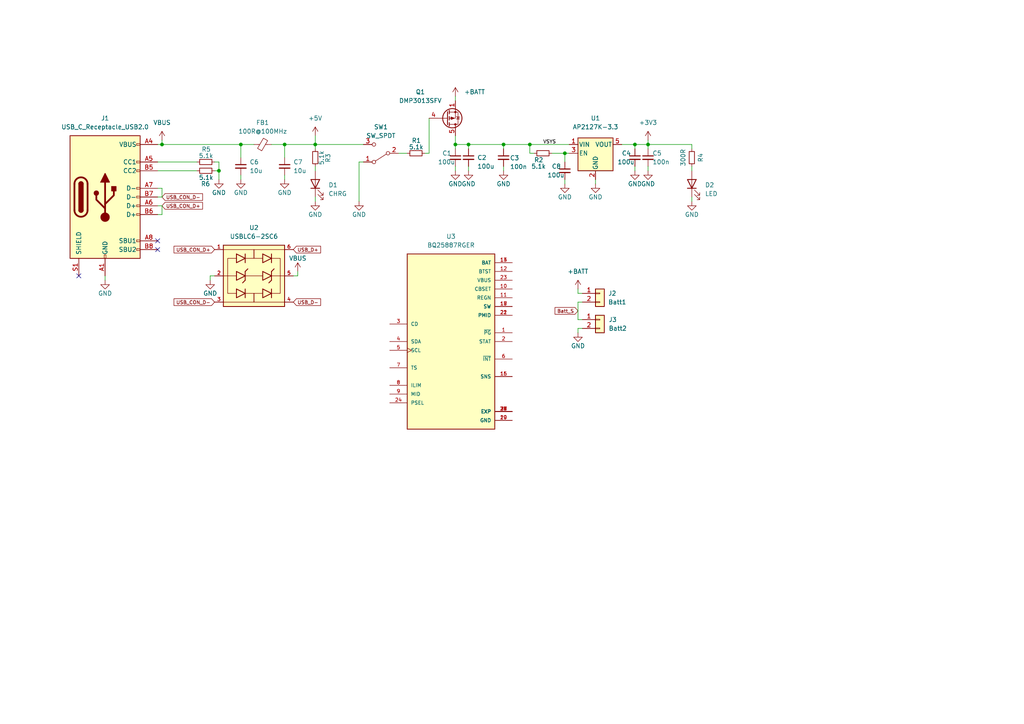
<source format=kicad_sch>
(kicad_sch (version 20211123) (generator eeschema)
  (paper "A4")
  (lib_symbols
    (symbol "BQ25887RGER:BQ25887RGER" (pin_names (offset 1.016))
      (property "Reference" "U" (at -12.7 27.94 0))
      (property "Value" "BQ25887RGER" (at -12.7 -27.94 0))
      (symbol "BQ25887RGER_0_0"
        (rectangle (start -12.7 -25.4) (end 12.7 25.4) (stroke (width 0.254)) (fill (type background)))
        (pin output line (at 17.78 2.54 180) (length 5.08) (name "~{PG}") (number "1"))
        (pin power_in line (at 17.78 15.24 180) (length 5.08) (name "CBSET") (number "10"))
        (pin power_in line (at 17.78 12.7 180) (length 5.08) (name "REGN") (number "11"))
        (pin power_in line (at 17.78 20.32 180) (length 5.08) (name "BTST") (number "12"))
        (pin power_in line (at 17.78 22.86 180) (length 5.08) (name "BAT") (number "13"))
        (pin power_in line (at 17.78 22.86 180) (length 5.08) (name "BAT") (number "14"))
        (pin output line (at 17.78 -10.16 180) (length 5.08) (name "SNS") (number "15"))
        (pin output line (at 17.78 -10.16 180) (length 5.08) (name "SNS") (number "16"))
        (pin power_in line (at 17.78 10.16 180) (length 5.08) (name "SW") (number "17"))
        (pin power_in line (at 17.78 10.16 180) (length 5.08) (name "SW") (number "18"))
        (pin power_in line (at 17.78 -22.86 180) (length 5.08) (name "GND") (number "19"))
        (pin output line (at 17.78 0 180) (length 5.08) (name "STAT") (number "2"))
        (pin power_in line (at 17.78 -22.86 180) (length 5.08) (name "GND") (number "20"))
        (pin power_in line (at 17.78 7.62 180) (length 5.08) (name "PMID") (number "21"))
        (pin power_in line (at 17.78 7.62 180) (length 5.08) (name "PMID") (number "22"))
        (pin power_in line (at 17.78 17.78 180) (length 5.08) (name "VBUS") (number "23"))
        (pin input line (at -17.78 -17.78 0) (length 5.08) (name "PSEL") (number "24"))
        (pin passive line (at 17.78 -20.32 180) (length 5.08) (name "EXP") (number "25"))
        (pin passive line (at 17.78 -20.32 180) (length 5.08) (name "EXP") (number "26"))
        (pin passive line (at 17.78 -20.32 180) (length 5.08) (name "EXP") (number "27"))
        (pin passive line (at 17.78 -20.32 180) (length 5.08) (name "EXP") (number "28"))
        (pin passive line (at 17.78 -20.32 180) (length 5.08) (name "EXP") (number "29"))
        (pin input line (at -17.78 5.08 0) (length 5.08) (name "CD") (number "3"))
        (pin passive line (at 17.78 -20.32 180) (length 5.08) (name "EXP") (number "30"))
        (pin bidirectional line (at -17.78 0 0) (length 5.08) (name "SDA") (number "4"))
        (pin input clock (at -17.78 -2.54 0) (length 5.08) (name "SCL") (number "5"))
        (pin output line (at 17.78 -5.08 180) (length 5.08) (name "~{INT}") (number "6"))
        (pin input line (at -17.78 -7.62 0) (length 5.08) (name "TS") (number "7"))
        (pin input line (at -17.78 -12.7 0) (length 5.08) (name "ILIM") (number "8"))
        (pin input line (at -17.78 -15.24 0) (length 5.08) (name "MID") (number "9"))
      )
    )
    (symbol "Connector:USB_C_Receptacle_USB2.0" (pin_names (offset 1.016))
      (property "Reference" "J" (at -10.16 19.05 0))
      (property "Value" "USB_C_Receptacle_USB2.0" (at 19.05 19.05 0))
      (symbol "USB_C_Receptacle_USB2.0_0_0"
        (rectangle (start -0.254 -17.78) (end 0.254 -16.764))
        (rectangle (start 10.16 -14.986) (end 9.144 -15.494))
        (rectangle (start 10.16 -12.446) (end 9.144 -12.954))
        (rectangle (start 10.16 -4.826) (end 9.144 -5.334))
        (rectangle (start 10.16 -2.286) (end 9.144 -2.794))
        (rectangle (start 10.16 0.254) (end 9.144 -0.254))
        (rectangle (start 10.16 2.794) (end 9.144 2.286))
        (rectangle (start 10.16 7.874) (end 9.144 7.366))
        (rectangle (start 10.16 10.414) (end 9.144 9.906))
        (rectangle (start 10.16 15.494) (end 9.144 14.986))
      )
      (symbol "USB_C_Receptacle_USB2.0_0_1"
        (rectangle (start -10.16 17.78) (end 10.16 -17.78) (stroke (width 0.254)) (fill (type background)))
        (arc (start -8.89 -3.81) (mid -6.985 -5.715) (end -5.08 -3.81) (stroke (width 0.508)))
        (arc (start -7.62 -3.81) (mid -6.985 -4.445) (end -6.35 -3.81) (stroke (width 0.254)))
        (arc (start -7.62 -3.81) (mid -6.985 -4.445) (end -6.35 -3.81) (stroke (width 0.254)) (fill (type outline)))
        (rectangle (start -7.62 -3.81) (end -6.35 3.81) (stroke (width 0.254)) (fill (type outline)))
        (arc (start -6.35 3.81) (mid -6.985 4.445) (end -7.62 3.81) (stroke (width 0.254)))
        (arc (start -6.35 3.81) (mid -6.985 4.445) (end -7.62 3.81) (stroke (width 0.254)) (fill (type outline)))
        (arc (start -5.08 3.81) (mid -6.985 5.715) (end -8.89 3.81) (stroke (width 0.508)))
        (circle (center -2.54 1.143) (radius 0.635) (stroke (width 0.254)) (fill (type outline)))
        (circle (center 0 -5.842) (radius 1.27) (fill (type outline)))
        (polyline (pts (xy -8.89 -3.81) (xy -8.89 3.81)) (stroke (width 0.508)))
        (polyline (pts (xy -5.08 3.81) (xy -5.08 -3.81)) (stroke (width 0.508)))
        (polyline (pts (xy 0 -5.842) (xy 0 4.318)) (stroke (width 0.508)))
        (polyline (pts (xy 0 -3.302) (xy -2.54 -0.762) (xy -2.54 0.508)) (stroke (width 0.508)))
        (polyline (pts (xy 0 -2.032) (xy 2.54 0.508) (xy 2.54 1.778)) (stroke (width 0.508)))
        (polyline (pts (xy -1.27 4.318) (xy 0 6.858) (xy 1.27 4.318) (xy -1.27 4.318)) (stroke (width 0.254)) (fill (type outline)))
        (rectangle (start 1.905 1.778) (end 3.175 3.048) (stroke (width 0.254)) (fill (type outline)))
      )
      (symbol "USB_C_Receptacle_USB2.0_1_1"
        (pin passive line (at 0 -22.86 90) (length 5.08) (name "GND") (number "A1"))
        (pin passive line (at 0 -22.86 90) (length 5.08) hide (name "GND") (number "A12"))
        (pin passive line (at 15.24 15.24 180) (length 5.08) (name "VBUS") (number "A4"))
        (pin bidirectional line (at 15.24 10.16 180) (length 5.08) (name "CC1") (number "A5"))
        (pin bidirectional line (at 15.24 -2.54 180) (length 5.08) (name "D+") (number "A6"))
        (pin bidirectional line (at 15.24 2.54 180) (length 5.08) (name "D-") (number "A7"))
        (pin bidirectional line (at 15.24 -12.7 180) (length 5.08) (name "SBU1") (number "A8"))
        (pin passive line (at 15.24 15.24 180) (length 5.08) hide (name "VBUS") (number "A9"))
        (pin passive line (at 0 -22.86 90) (length 5.08) hide (name "GND") (number "B1"))
        (pin passive line (at 0 -22.86 90) (length 5.08) hide (name "GND") (number "B12"))
        (pin passive line (at 15.24 15.24 180) (length 5.08) hide (name "VBUS") (number "B4"))
        (pin bidirectional line (at 15.24 7.62 180) (length 5.08) (name "CC2") (number "B5"))
        (pin bidirectional line (at 15.24 -5.08 180) (length 5.08) (name "D+") (number "B6"))
        (pin bidirectional line (at 15.24 0 180) (length 5.08) (name "D-") (number "B7"))
        (pin bidirectional line (at 15.24 -15.24 180) (length 5.08) (name "SBU2") (number "B8"))
        (pin passive line (at 15.24 15.24 180) (length 5.08) hide (name "VBUS") (number "B9"))
        (pin passive line (at -7.62 -22.86 90) (length 5.08) (name "SHIELD") (number "S1"))
      )
    )
    (symbol "Connector_Generic:Conn_01x02" (pin_names (offset 1.016) hide)
      (property "Reference" "J" (at 0 2.54 0))
      (property "Value" "Conn_01x02" (at 0 -5.08 0))
      (symbol "Conn_01x02_1_1"
        (rectangle (start -1.27 -2.413) (end 0 -2.667) (stroke (width 0.1524)))
        (rectangle (start -1.27 0.127) (end 0 -0.127) (stroke (width 0.1524)))
        (rectangle (start -1.27 1.27) (end 1.27 -3.81) (stroke (width 0.254)) (fill (type background)))
        (pin passive line (at -5.08 0 0) (length 3.81) (name "Pin_1") (number "1"))
        (pin passive line (at -5.08 -2.54 0) (length 3.81) (name "Pin_2") (number "2"))
      )
    )
    (symbol "Device:C_Small" (pin_numbers hide) (pin_names (offset 0.254) hide)
      (property "Reference" "C" (at 0.254 1.778 0))
      (property "Value" "C_Small" (at 0.254 -2.032 0))
      (symbol "C_Small_0_1"
        (polyline (pts (xy -1.524 -0.508) (xy 1.524 -0.508)) (stroke (width 0.3302)))
        (polyline (pts (xy -1.524 0.508) (xy 1.524 0.508)) (stroke (width 0.3048)))
      )
      (symbol "C_Small_1_1"
        (pin passive line (at 0 2.54 270) (length 2.032) (name "~") (number "1"))
        (pin passive line (at 0 -2.54 90) (length 2.032) (name "~") (number "2"))
      )
    )
    (symbol "Device:FerriteBead_Small" (pin_numbers hide) (pin_names (offset 0))
      (property "Reference" "FB" (at 1.905 1.27 0))
      (property "Value" "FerriteBead_Small" (at 1.905 -1.27 0))
      (symbol "FerriteBead_Small_0_1"
        (polyline (pts (xy 0 -1.27) (xy 0 -0.7874)))
        (polyline (pts (xy 0 0.889) (xy 0 1.2954)))
        (polyline (pts (xy -1.8288 0.2794) (xy -1.1176 1.4986) (xy 1.8288 -0.2032) (xy 1.1176 -1.4224) (xy -1.8288 0.2794)))
      )
      (symbol "FerriteBead_Small_1_1"
        (pin passive line (at 0 2.54 270) (length 1.27) (name "~") (number "1"))
        (pin passive line (at 0 -2.54 90) (length 1.27) (name "~") (number "2"))
      )
    )
    (symbol "Device:LED" (pin_numbers hide) (pin_names (offset 1.016) hide)
      (property "Reference" "D" (at 0 2.54 0))
      (property "Value" "LED" (at 0 -2.54 0))
      (symbol "LED_0_1"
        (polyline (pts (xy -1.27 -1.27) (xy -1.27 1.27)) (stroke (width 0.254)))
        (polyline (pts (xy -1.27 0) (xy 1.27 0)))
        (polyline (pts (xy 1.27 -1.27) (xy 1.27 1.27) (xy -1.27 0) (xy 1.27 -1.27)) (stroke (width 0.254)))
        (polyline (pts (xy -3.048 -0.762) (xy -4.572 -2.286) (xy -3.81 -2.286) (xy -4.572 -2.286) (xy -4.572 -1.524)))
        (polyline (pts (xy -1.778 -0.762) (xy -3.302 -2.286) (xy -2.54 -2.286) (xy -3.302 -2.286) (xy -3.302 -1.524)))
      )
      (symbol "LED_1_1"
        (pin passive line (at -3.81 0 0) (length 2.54) (name "K") (number "1"))
        (pin passive line (at 3.81 0 180) (length 2.54) (name "A") (number "2"))
      )
    )
    (symbol "Device:R_Small" (pin_numbers hide) (pin_names (offset 0.254) hide)
      (property "Reference" "R" (at 0.762 0.508 0))
      (property "Value" "R_Small" (at 0.762 -1.016 0))
      (symbol "R_Small_0_1"
        (rectangle (start -0.762 1.778) (end 0.762 -1.778) (stroke (width 0.2032)))
      )
      (symbol "R_Small_1_1"
        (pin passive line (at 0 2.54 270) (length 0.762) (name "~") (number "1"))
        (pin passive line (at 0 -2.54 90) (length 0.762) (name "~") (number "2"))
      )
    )
    (symbol "Regulator_Linear:AP2127K-3.3" (pin_names (offset 0.254))
      (property "Reference" "U" (at -5.08 5.715 0))
      (property "Value" "AP2127K-3.3" (at 0 5.715 0))
      (symbol "AP2127K-3.3_0_1"
        (rectangle (start -5.08 4.445) (end 5.08 -5.08) (stroke (width 0.254)) (fill (type background)))
      )
      (symbol "AP2127K-3.3_1_1"
        (pin power_in line (at -7.62 2.54 0) (length 2.54) (name "VIN") (number "1"))
        (pin power_in line (at 0 -7.62 90) (length 2.54) (name "GND") (number "2"))
        (pin input line (at -7.62 0 0) (length 2.54) (name "EN") (number "3"))
        (pin no_connect line (at 5.08 0 180) (length 2.54) hide (name "NC") (number "4"))
        (pin power_out line (at 7.62 2.54 180) (length 2.54) (name "VOUT") (number "5"))
      )
    )
    (symbol "Switch:SW_SPDT" (pin_names (offset 0) hide)
      (property "Reference" "SW" (at 0 4.318 0))
      (property "Value" "SW_SPDT" (at 0 -5.08 0))
      (symbol "SW_SPDT_0_0"
        (circle (center -2.032 0) (radius 0.508))
        (circle (center 2.032 -2.54) (radius 0.508))
      )
      (symbol "SW_SPDT_0_1"
        (polyline (pts (xy -1.524 0.254) (xy 1.651 2.286)))
        (circle (center 2.032 2.54) (radius 0.508))
      )
      (symbol "SW_SPDT_1_1"
        (pin passive line (at 5.08 2.54 180) (length 2.54) (name "A") (number "1"))
        (pin passive line (at -5.08 0 0) (length 2.54) (name "B") (number "2"))
        (pin passive line (at 5.08 -2.54 180) (length 2.54) (name "C") (number "3"))
      )
    )
    (symbol "Transistor_FET:DMP3013SFV" (pin_names hide)
      (property "Reference" "Q" (at 5.08 1.905 0))
      (property "Value" "DMP3013SFV" (at 5.08 0 0))
      (symbol "DMP3013SFV_0_1"
        (polyline (pts (xy 0.254 0) (xy -2.54 0)))
        (polyline (pts (xy 0.254 1.905) (xy 0.254 -1.905)) (stroke (width 0.254)))
        (polyline (pts (xy 0.762 -1.27) (xy 0.762 -2.286)) (stroke (width 0.254)))
        (polyline (pts (xy 0.762 0.508) (xy 0.762 -0.508)) (stroke (width 0.254)))
        (polyline (pts (xy 0.762 2.286) (xy 0.762 1.27)) (stroke (width 0.254)))
        (polyline (pts (xy 2.54 2.54) (xy 2.54 1.778)))
        (polyline (pts (xy 2.54 -2.54) (xy 2.54 0) (xy 0.762 0)))
        (polyline (pts (xy 0.762 1.778) (xy 3.302 1.778) (xy 3.302 -1.778) (xy 0.762 -1.778)))
        (polyline (pts (xy 2.286 0) (xy 1.27 0.381) (xy 1.27 -0.381) (xy 2.286 0)) (fill (type outline)))
        (polyline (pts (xy 2.794 -0.508) (xy 2.921 -0.381) (xy 3.683 -0.381) (xy 3.81 -0.254)))
        (polyline (pts (xy 3.302 -0.381) (xy 2.921 0.254) (xy 3.683 0.254) (xy 3.302 -0.381)))
        (circle (center 1.651 0) (radius 2.794) (stroke (width 0.254)))
        (circle (center 2.54 -1.778) (radius 0.254) (fill (type outline)))
        (circle (center 2.54 1.778) (radius 0.254) (fill (type outline)))
      )
      (symbol "DMP3013SFV_1_1"
        (pin passive line (at 2.54 -5.08 90) (length 2.54) (name "S") (number "1"))
        (pin passive line (at 2.54 -5.08 90) (length 2.54) hide (name "S") (number "2"))
        (pin passive line (at 2.54 -5.08 90) (length 2.54) hide (name "S") (number "3"))
        (pin passive line (at -5.08 0 0) (length 2.54) (name "G") (number "4"))
        (pin passive line (at 2.54 5.08 270) (length 2.54) (name "D") (number "5"))
      )
    )
    (symbol "USBLC6-2SC6:USBLC6-2SC6" (pin_names (offset 1.016) hide)
      (property "Reference" "U?" (at -10.16 22.86 0))
      (property "Value" "USBLC6-2SC6" (at -10.16 20.32 0))
      (symbol "USBLC6-2SC6_0_0"
        (rectangle (start -17.78 13.97) (end 0 -3.81) (stroke (width 0.254)) (fill (type background)))
        (polyline (pts (xy -13.97 5.08) (xy -17.78 5.08)))
        (polyline (pts (xy -11.43 0) (xy -11.43 -1.27)) (stroke (width 0.254)))
        (polyline (pts (xy -11.43 0) (xy -6.35 0)))
        (polyline (pts (xy -11.43 1.27) (xy -11.43 0)) (stroke (width 0.254)))
        (polyline (pts (xy -11.43 3.81) (xy -12.192 3.048)) (stroke (width 0.254)))
        (polyline (pts (xy -11.43 5.08) (xy -11.43 3.81)) (stroke (width 0.254)))
        (polyline (pts (xy -11.43 5.08) (xy -6.35 5.08)))
        (polyline (pts (xy -11.43 6.35) (xy -11.43 5.08)) (stroke (width 0.254)))
        (polyline (pts (xy -11.43 6.35) (xy -10.668 7.112)) (stroke (width 0.254)))
        (polyline (pts (xy -11.43 10.16) (xy -11.43 8.89)) (stroke (width 0.254)))
        (polyline (pts (xy -11.43 10.16) (xy -6.35 10.16)))
        (polyline (pts (xy -11.43 11.43) (xy -11.43 10.16)) (stroke (width 0.254)))
        (polyline (pts (xy -3.81 0) (xy -3.81 -1.27)) (stroke (width 0.254)))
        (polyline (pts (xy -3.81 1.27) (xy -3.81 0)) (stroke (width 0.254)))
        (polyline (pts (xy -3.81 3.81) (xy -4.572 3.048)) (stroke (width 0.254)))
        (polyline (pts (xy -3.81 5.08) (xy -3.81 3.81)) (stroke (width 0.254)))
        (polyline (pts (xy -3.81 5.08) (xy 0 5.08)))
        (polyline (pts (xy -3.81 6.35) (xy -3.81 5.08)) (stroke (width 0.254)))
        (polyline (pts (xy -3.81 6.35) (xy -3.048 7.112)) (stroke (width 0.254)))
        (polyline (pts (xy -3.81 10.16) (xy -3.81 8.89)) (stroke (width 0.254)))
        (polyline (pts (xy -3.81 11.43) (xy -3.81 10.16)) (stroke (width 0.254)))
        (polyline (pts (xy -16.51 5.08) (xy -16.51 0) (xy -13.97 0)))
        (polyline (pts (xy -13.97 10.16) (xy -16.51 10.16) (xy -16.51 5.08)))
        (polyline (pts (xy -8.89 0) (xy -8.89 -2.54) (xy -17.78 -2.54)))
        (polyline (pts (xy -8.89 0) (xy -8.89 -2.54) (xy 0 -2.54)))
        (polyline (pts (xy -8.89 10.16) (xy -8.89 12.7) (xy -17.78 12.7)))
        (polyline (pts (xy -8.89 10.16) (xy -8.89 12.7) (xy 0 12.7)))
        (polyline (pts (xy -3.81 10.16) (xy -1.27 10.16) (xy -1.27 5.08)))
        (polyline (pts (xy -1.27 5.08) (xy -1.27 0) (xy -3.81 0)))
        (polyline (pts (xy -13.97 1.27) (xy -13.97 -1.27) (xy -11.43 0) (xy -13.97 1.27)) (stroke (width 0.254)) (fill (type background)))
        (polyline (pts (xy -13.97 6.35) (xy -13.97 3.81) (xy -11.43 5.08) (xy -13.97 6.35)) (stroke (width 0.254)) (fill (type background)))
        (polyline (pts (xy -13.97 11.43) (xy -13.97 8.89) (xy -11.43 10.16) (xy -13.97 11.43)) (stroke (width 0.254)) (fill (type background)))
        (polyline (pts (xy -6.35 1.27) (xy -6.35 -1.27) (xy -3.81 0) (xy -6.35 1.27)) (stroke (width 0.254)) (fill (type background)))
        (polyline (pts (xy -6.35 6.35) (xy -6.35 3.81) (xy -3.81 5.08) (xy -6.35 6.35)) (stroke (width 0.254)) (fill (type background)))
        (polyline (pts (xy -6.35 11.43) (xy -6.35 8.89) (xy -3.81 10.16) (xy -6.35 11.43)) (stroke (width 0.254)) (fill (type background)))
        (pin bidirectional line (at -20.32 12.7 0) (length 2.54) (name "~") (number "1"))
        (pin power_in line (at -20.32 5.08 0) (length 2.54) (name "~") (number "2"))
        (pin bidirectional line (at -20.32 -2.54 0) (length 2.54) (name "~") (number "3"))
        (pin bidirectional line (at 2.54 -2.54 180) (length 2.54) (name "~") (number "4"))
        (pin power_in line (at 2.54 5.08 180) (length 2.54) (name "~") (number "5"))
        (pin bidirectional line (at 2.54 12.7 180) (length 2.54) (name "~") (number "6"))
      )
    )
    (symbol "power:+3.3V" (power) (pin_names (offset 0))
      (property "Value" "+3.3V" (at 0 3.556 0))
      (symbol "+3.3V_0_1"
        (polyline (pts (xy -0.762 1.27) (xy 0 2.54)))
        (polyline (pts (xy 0 0) (xy 0 2.54)))
        (polyline (pts (xy 0 2.54) (xy 0.762 1.27)))
      )
      (symbol "+3.3V_1_1"
        (pin power_in line (at 0 0 90) (length 0) hide (name "+3V3") (number "1"))
      )
    )
    (symbol "power:+5V" (power) (pin_names (offset 0))
      (property "Value" "+5V" (at 0 3.556 0))
      (symbol "+5V_0_1"
        (polyline (pts (xy -0.762 1.27) (xy 0 2.54)))
        (polyline (pts (xy 0 0) (xy 0 2.54)))
        (polyline (pts (xy 0 2.54) (xy 0.762 1.27)))
      )
      (symbol "+5V_1_1"
        (pin power_in line (at 0 0 90) (length 0) hide (name "+5V") (number "1"))
      )
    )
    (symbol "power:+BATT" (power) (pin_names (offset 0))
      (property "Value" "+BATT" (at 0 3.556 0))
      (symbol "+BATT_0_1"
        (polyline (pts (xy -0.762 1.27) (xy 0 2.54)))
        (polyline (pts (xy 0 0) (xy 0 2.54)))
        (polyline (pts (xy 0 2.54) (xy 0.762 1.27)))
      )
      (symbol "+BATT_1_1"
        (pin power_in line (at 0 0 90) (length 0) hide (name "+BATT") (number "1"))
      )
    )
    (symbol "power:GND" (power) (pin_names (offset 0))
      (property "Value" "GND" (at 0 -3.81 0))
      (symbol "GND_0_1"
        (polyline (pts (xy 0 0) (xy 0 -1.27) (xy 1.27 -1.27) (xy 0 -2.54) (xy -1.27 -1.27) (xy 0 -1.27)))
      )
      (symbol "GND_1_1"
        (pin power_in line (at 0 0 270) (length 0) hide (name "GND") (number "1"))
      )
    )
    (symbol "power:VBUS" (power) (pin_names (offset 0))
      (property "Value" "VBUS" (at 0 3.81 0))
      (symbol "VBUS_0_1"
        (polyline (pts (xy -0.762 1.27) (xy 0 2.54)))
        (polyline (pts (xy 0 0) (xy 0 2.54)))
        (polyline (pts (xy 0 2.54) (xy 0.762 1.27)))
      )
      (symbol "VBUS_1_1"
        (pin power_in line (at 0 0 90) (length 0) hide (name "VBUS") (number "1"))
      )
    )
  )
  (junction (at 132.08 41.91))
  (junction (at 163.83 44.45))
  (junction (at 184.15 41.91))
  (junction (at 153.67 41.91))
  (junction (at 187.96 41.91))
  (junction (at 82.55 41.91))
  (junction (at 46.99 41.91))
  (junction (at 63.5 49.53))
  (junction (at 69.85 41.91))
  (junction (at 135.89 41.91))
  (junction (at 91.44 41.91))
  (junction (at 146.05 41.91))
  (no_connect (at 45.72 69.85))
  (no_connect (at 45.72 72.39))
  (no_connect (at 22.86 80.01))
  (wire (pts (xy 200.66 57.15) (xy 200.66 58.42)))
  (wire (pts (xy 200.66 41.91) (xy 200.66 43.18)))
  (wire (pts (xy 62.23 49.53) (xy 63.5 49.53)))
  (wire (pts (xy 46.99 59.69) (xy 46.99 62.23)))
  (wire (pts (xy 163.83 44.45) (xy 163.83 46.99)))
  (wire (pts (xy 172.72 52.07) (xy 172.72 53.34)))
  (wire (pts (xy 46.99 41.91) (xy 69.85 41.91)))
  (wire (pts (xy 46.99 41.91) (xy 45.72 41.91)))
  (wire (pts (xy 184.15 41.91) (xy 180.34 41.91)))
  (wire (pts (xy 187.96 41.91) (xy 184.15 41.91)))
  (wire (pts (xy 167.64 95.25) (xy 167.64 96.52)))
  (wire (pts (xy 82.55 45.72) (xy 82.55 41.91)))
  (wire (pts (xy 123.19 44.45) (xy 124.46 44.45)))
  (wire (pts (xy 82.55 50.8) (xy 82.55 52.07)))
  (wire (pts (xy 60.96 80.01) (xy 62.23 80.01)))
  (wire (pts (xy 187.96 40.64) (xy 187.96 41.91)))
  (wire (pts (xy 91.44 57.15) (xy 91.44 58.42)))
  (wire (pts (xy 163.83 52.07) (xy 163.83 53.34)))
  (wire (pts (xy 146.05 41.91) (xy 146.05 43.18)))
  (wire (pts (xy 168.91 95.25) (xy 167.64 95.25)))
  (wire (pts (xy 153.67 41.91) (xy 153.67 44.45)))
  (wire (pts (xy 63.5 46.99) (xy 62.23 46.99)))
  (wire (pts (xy 60.96 81.28) (xy 60.96 80.01)))
  (wire (pts (xy 167.64 87.63) (xy 168.91 87.63)))
  (wire (pts (xy 187.96 41.91) (xy 200.66 41.91)))
  (wire (pts (xy 135.89 41.91) (xy 146.05 41.91)))
  (wire (pts (xy 63.5 52.07) (xy 63.5 49.53)))
  (wire (pts (xy 187.96 41.91) (xy 187.96 43.18)))
  (wire (pts (xy 115.57 44.45) (xy 118.11 44.45)))
  (wire (pts (xy 46.99 54.61) (xy 46.99 57.15)))
  (wire (pts (xy 146.05 41.91) (xy 153.67 41.91)))
  (wire (pts (xy 91.44 43.18) (xy 91.44 41.91)))
  (wire (pts (xy 165.1 44.45) (xy 163.83 44.45)))
  (wire (pts (xy 91.44 48.26) (xy 91.44 49.53)))
  (wire (pts (xy 146.05 48.26) (xy 146.05 49.53)))
  (wire (pts (xy 187.96 48.26) (xy 187.96 49.53)))
  (wire (pts (xy 167.64 85.09) (xy 167.64 83.82)))
  (wire (pts (xy 45.72 59.69) (xy 46.99 59.69)))
  (wire (pts (xy 63.5 49.53) (xy 63.5 46.99)))
  (wire (pts (xy 86.36 80.01) (xy 85.09 80.01)))
  (wire (pts (xy 132.08 39.37) (xy 132.08 41.91)))
  (wire (pts (xy 132.08 48.26) (xy 132.08 49.53)))
  (wire (pts (xy 135.89 43.18) (xy 135.89 41.91)))
  (wire (pts (xy 82.55 41.91) (xy 91.44 41.91)))
  (wire (pts (xy 30.48 80.01) (xy 30.48 81.28)))
  (wire (pts (xy 132.08 27.94) (xy 132.08 29.21)))
  (wire (pts (xy 167.64 87.63) (xy 167.64 92.71)))
  (wire (pts (xy 69.85 50.8) (xy 69.85 52.07)))
  (wire (pts (xy 45.72 62.23) (xy 46.99 62.23)))
  (wire (pts (xy 153.67 41.91) (xy 165.1 41.91)))
  (wire (pts (xy 86.36 78.74) (xy 86.36 80.01)))
  (wire (pts (xy 135.89 48.26) (xy 135.89 49.53)))
  (wire (pts (xy 104.14 58.42) (xy 104.14 46.99)))
  (wire (pts (xy 184.15 41.91) (xy 184.15 43.18)))
  (wire (pts (xy 168.91 85.09) (xy 167.64 85.09)))
  (wire (pts (xy 132.08 41.91) (xy 135.89 41.91)))
  (wire (pts (xy 160.02 44.45) (xy 163.83 44.45)))
  (wire (pts (xy 69.85 41.91) (xy 73.66 41.91)))
  (wire (pts (xy 45.72 57.15) (xy 46.99 57.15)))
  (wire (pts (xy 200.66 48.26) (xy 200.66 49.53)))
  (wire (pts (xy 82.55 41.91) (xy 78.74 41.91)))
  (wire (pts (xy 57.15 46.99) (xy 45.72 46.99)))
  (wire (pts (xy 69.85 41.91) (xy 69.85 45.72)))
  (wire (pts (xy 91.44 41.91) (xy 105.41 41.91)))
  (wire (pts (xy 57.15 49.53) (xy 45.72 49.53)))
  (wire (pts (xy 124.46 44.45) (xy 124.46 34.29)))
  (wire (pts (xy 91.44 39.37) (xy 91.44 41.91)))
  (wire (pts (xy 154.94 44.45) (xy 153.67 44.45)))
  (wire (pts (xy 45.72 54.61) (xy 46.99 54.61)))
  (wire (pts (xy 184.15 48.26) (xy 184.15 49.53)))
  (wire (pts (xy 104.14 46.99) (xy 105.41 46.99)))
  (wire (pts (xy 46.99 40.64) (xy 46.99 41.91)))
  (wire (pts (xy 132.08 41.91) (xy 132.08 43.18)))
  (wire (pts (xy 167.64 92.71) (xy 168.91 92.71)))
  (label "VSYS" (at 157.48 41.91 0) (effects (font (size 1 1))))
  (global_label "USB_CON_D-" (shape input) (at 62.23 87.63 180) (effects (font (size 1 1))) (property "Intersheet References" "${INTERSHEET_REFS}" (effects hide)))
  (global_label "Batt_S" (shape input) (at 167.64 90.17 180) (effects (font (size 1 1))) (property "Intersheet References" "${INTERSHEET_REFS}" (effects hide)))
  (global_label "USB_D+" (shape input) (at 85.09 72.39 0) (effects (font (size 1 1))) (property "Intersheet References" "${INTERSHEET_REFS}" (effects hide)))
  (global_label "USB_CON_D+" (shape input) (at 62.23 72.39 180) (effects (font (size 1 1))) (property "Intersheet References" "${INTERSHEET_REFS}" (effects hide)))
  (global_label "USB_D-" (shape input) (at 85.09 87.63 0) (effects (font (size 1 1))) (property "Intersheet References" "${INTERSHEET_REFS}" (effects hide)))
  (global_label "USB_CON_D-" (shape input) (at 46.99 57.15 0) (effects (font (size 1 1))) (property "Intersheet References" "${INTERSHEET_REFS}" (effects hide)))
  (global_label "USB_CON_D+" (shape input) (at 46.99 59.69 0) (effects (font (size 1 1))) (property "Intersheet References" "${INTERSHEET_REFS}" (effects hide)))
  (symbol (lib_id "power:GND") (at 163.83 53.34 0) (unit 1)
    (property "Reference" "#PWR0102" (effects hide))
    (property "Value" "GND" (at 163.83 57.15 0))
  )
  (symbol (lib_id "power:GND") (at 69.85 52.07 0) (unit 1)
    (property "Reference" "#PWR0112" (effects hide))
    (property "Value" "GND" (at 69.85 55.88 0))
  )
  (symbol (lib_id "Device:C_Small") (at 184.15 45.72 0) (unit 1)
    (property "Reference" "C4" (at 180.34 44.45 0) (effects (justify left)))
    (property "Value" "100u" (at 179.07 46.99 0) (effects (justify left)))
    (property "Footprint" "Resistor_SMD:R_0805_2012Metric_Pad1.20x1.40mm_HandSolder" (effects hide))
  )
  (symbol (lib_id "USBLC6-2SC6:USBLC6-2SC6") (at 82.55 85.09 0) (unit 1)
    (property "Reference" "U2" (at 73.66 66.04 0))
    (property "Value" "USBLC6-2SC6" (at 73.66 68.58 0))
    (property "Footprint" "SnapEDA Library:SOT95P280X145-6N" (effects hide))
    (property "PURCHASE-URL" "https://pricing.snapeda.com/search/part/USBLC6-2SC6/?ref=eda" (effects hide))
    (property "DESCRIPTION" "17V Clamp 5A (8/20µs) Ipp Tvs Diode Surface Mount SOT-23-6" (effects hide))
    (property "MP" "USBLC6-2SC6" (effects hide))
    (property "PACKAGE" "SOT-23-6 STMicroelectronics" (effects hide))
    (property "AVAILABILITY" "In Stock" (effects hide))
    (property "PRICE" "None" (effects hide))
    (property "MF" "STMicroelectronics" (effects hide))
  )
  (symbol (lib_id "power:+3.3V") (at 187.96 40.64 0) (unit 1)
    (property "Reference" "#PWR0105" (effects hide))
    (property "Value" "+3.3V" (at 187.96 35.56 0))
  )
  (symbol (lib_id "Device:C_Small") (at 82.55 48.26 0) (unit 1)
    (property "Reference" "C7" (at 85.09 46.9962 0) (effects (justify left)))
    (property "Value" "10u" (at 85.09 49.5362 0) (effects (justify left)))
    (property "Footprint" "Capacitor_SMD:C_0603_1608Metric_Pad1.08x0.95mm_HandSolder" (effects hide))
  )
  (symbol (lib_id "power:GND") (at 60.96 81.28 0) (unit 1)
    (property "Reference" "#PWR0121" (effects hide))
    (property "Value" "GND" (at 60.96 85.09 0))
  )
  (symbol (lib_id "power:GND") (at 30.48 81.28 0) (unit 1)
    (property "Reference" "#PWR0120" (effects hide))
    (property "Value" "GND" (at 30.48 85.09 0))
  )
  (symbol (lib_id "Device:C_Small") (at 69.85 48.26 0) (unit 1)
    (property "Reference" "C6" (at 72.39 46.9962 0) (effects (justify left)))
    (property "Value" "10u" (at 72.39 49.5362 0) (effects (justify left)))
    (property "Footprint" "Capacitor_SMD:C_0603_1608Metric_Pad1.08x0.95mm_HandSolder" (effects hide))
  )
  (symbol (lib_id "Regulator_Linear:AP2127K-3.3") (at 172.72 44.45 0) (unit 1)
    (property "Reference" "U1" (at 172.72 34.29 0))
    (property "Value" "AP2127K-3.3" (at 172.72 36.83 0))
    (property "Footprint" "Package_TO_SOT_SMD:SOT-23-5" (effects hide))
    (property "Datasheet" "https://www.diodes.com/assets/Datasheets/AP2127.pdf" (effects hide))
  )
  (symbol (lib_id "Device:FerriteBead_Small") (at 76.2 41.91 90) (unit 1)
    (property "Reference" "FB1" (at 76.1619 35.56 90))
    (property "Value" "100R@100MHz" (at 76.2 38.1 90))
    (property "Footprint" "Resistor_SMD:R_0603_1608Metric_Pad0.98x0.95mm_HandSolder" (effects hide))
  )
  (symbol (lib_id "power:GND") (at 104.14 58.42 0) (unit 1)
    (property "Reference" "#PWR0109" (effects hide))
    (property "Value" "GND" (at 104.14 62.23 0))
  )
  (symbol (lib_id "power:+BATT") (at 132.08 27.94 0) (unit 1)
    (property "Reference" "#PWR0116" (effects hide))
    (property "Value" "+BATT" (at 134.62 26.6699 0) (effects (justify left)))
  )
  (symbol (lib_id "power:VBUS") (at 86.36 78.74 0) (unit 1)
    (property "Reference" "#PWR0114" (effects hide))
    (property "Value" "VBUS" (at 86.36 74.93 0))
  )
  (symbol (lib_id "power:+5V") (at 91.44 39.37 0) (unit 1)
    (property "Reference" "#PWR0113" (effects hide))
    (property "Value" "+5V" (at 91.44 34.29 0))
  )
  (symbol (lib_id "power:GND") (at 132.08 49.53 0) (unit 1)
    (property "Reference" "#PWR0118" (effects hide))
    (property "Value" "GND" (at 132.08 53.34 0))
  )
  (symbol (lib_id "Switch:SW_SPDT") (at 110.49 44.45 180) (unit 1)
    (property "Reference" "SW1" (at 110.49 36.83 0))
    (property "Value" "SW_SPDT" (at 110.49 39.37 0))
  )
  (symbol (lib_id "Device:C_Small") (at 132.08 45.72 0) (unit 1)
    (property "Reference" "C1" (at 128.27 44.45 0) (effects (justify left)))
    (property "Value" "100u" (at 127 46.99 0) (effects (justify left)))
    (property "Footprint" "Resistor_SMD:R_0805_2012Metric_Pad1.20x1.40mm_HandSolder" (effects hide))
  )
  (symbol (lib_id "Device:C_Small") (at 163.83 49.53 0) (unit 1)
    (property "Reference" "C8" (at 160.02 48.26 0) (effects (justify left)))
    (property "Value" "100u" (at 158.75 50.8 0) (effects (justify left)))
    (property "Footprint" "Resistor_SMD:R_0805_2012Metric_Pad1.20x1.40mm_HandSolder" (effects hide))
  )
  (symbol (lib_id "BQ25887RGER:BQ25887RGER") (at 130.81 99.06 0) (unit 1)
    (property "Reference" "U3" (at 130.81 68.58 0))
    (property "Value" "BQ25887RGER" (at 130.81 71.12 0))
    (property "Footprint" "SnapEDA Library:IC_BQ25887RGER" (effects hide))
    (property "MAXIMUM_PACKAGE_HEIGHT" "1.00mm" (effects hide))
    (property "STANDARD" "Manufacturer Recommendations" (effects hide))
    (property "SNAPEDA_PN" "BQ25887RGER" (effects hide))
    (property "PARTREV" "November 2019" (effects hide))
    (property "MANUFACTURER" "Texas Instruments" (effects hide))
  )
  (symbol (lib_id "power:GND") (at 63.5 52.07 0) (unit 1)
    (property "Reference" "#PWR0122" (effects hide))
    (property "Value" "GND" (at 63.5 55.88 0))
  )
  (symbol (lib_id "power:GND") (at 146.05 49.53 0) (unit 1)
    (property "Reference" "#PWR0115" (effects hide))
    (property "Value" "GND" (at 146.05 53.34 0))
  )
  (symbol (lib_id "Device:C_Small") (at 146.05 45.72 0) (unit 1)
    (property "Reference" "C3" (at 147.8991 45.8185 0) (effects (justify left)))
    (property "Value" "100n" (at 147.8991 48.3585 0) (effects (justify left)))
    (property "Footprint" "Resistor_SMD:R_0603_1608Metric_Pad0.98x0.95mm_HandSolder" (effects hide))
  )
  (symbol (lib_id "power:VBUS") (at 46.99 40.64 0) (unit 1)
    (property "Reference" "#PWR0119" (effects hide))
    (property "Value" "VBUS" (at 46.99 35.56 0))
  )
  (symbol (lib_id "power:GND") (at 82.55 52.07 0) (unit 1)
    (property "Reference" "#PWR0111" (effects hide))
    (property "Value" "GND" (at 82.55 55.88 0))
  )
  (symbol (lib_id "power:GND") (at 167.64 96.52 0) (unit 1)
    (property "Reference" "#PWR0104" (effects hide))
    (property "Value" "GND" (at 167.64 100.33 0))
  )
  (symbol (lib_id "Device:LED") (at 200.66 53.34 90) (unit 1)
    (property "Reference" "D2" (at 204.47 53.6574 90) (effects (justify right)))
    (property "Value" "LED" (at 204.47 56.1974 90) (effects (justify right)))
    (property "Footprint" "Resistor_SMD:R_0603_1608Metric_Pad0.98x0.95mm_HandSolder" (effects hide))
  )
  (symbol (lib_id "Device:R_Small") (at 91.44 45.72 0) (unit 1)
    (property "Reference" "R3" (at 95.1246 45.8355 90))
    (property "Value" "5.1k" (at 93.2555 45.785 90))
    (property "Footprint" "Resistor_SMD:R_0603_1608Metric_Pad0.98x0.95mm_HandSolder" (effects hide))
  )
  (symbol (lib_id "power:GND") (at 184.15 49.53 0) (unit 1)
    (property "Reference" "#PWR0106" (effects hide))
    (property "Value" "GND" (at 184.15 53.34 0))
  )
  (symbol (lib_id "power:GND") (at 200.66 58.42 0) (unit 1)
    (property "Reference" "#PWR0108" (effects hide))
    (property "Value" "GND" (at 200.66 62.23 0))
  )
  (symbol (lib_id "power:+BATT") (at 167.64 83.82 0) (unit 1)
    (property "Reference" "#PWR0101" (effects hide))
    (property "Value" "+BATT" (at 167.64 78.74 0))
  )
  (symbol (lib_id "Device:R_Small") (at 120.65 44.45 90) (unit 1)
    (property "Reference" "R1" (at 120.7655 40.7654 90))
    (property "Value" "5.1k" (at 120.715 42.6345 90))
    (property "Footprint" "Resistor_SMD:R_0603_1608Metric_Pad0.98x0.95mm_HandSolder" (effects hide))
  )
  (symbol (lib_id "Device:R_Small") (at 200.66 45.72 180) (unit 1)
    (property "Reference" "R4" (at 203.2 45.72 90))
    (property "Value" "300R" (at 198.12 45.72 90))
    (property "Footprint" "Resistor_SMD:R_0603_1608Metric_Pad0.98x0.95mm_HandSolder" (effects hide))
  )
  (symbol (lib_id "Connector_Generic:Conn_01x02") (at 173.99 85.09 0) (unit 1)
    (property "Reference" "J2" (at 176.3929 85.0899 0) (effects (justify left)))
    (property "Value" "Batt1" (at 176.3929 87.6299 0) (effects (justify left)))
  )
  (symbol (lib_id "power:GND") (at 187.96 49.53 0) (unit 1)
    (property "Reference" "#PWR0107" (effects hide))
    (property "Value" "GND" (at 187.96 53.34 0))
  )
  (symbol (lib_id "Device:C_Small") (at 187.96 45.72 0) (unit 1)
    (property "Reference" "C5" (at 189.23 44.45 0) (effects (justify left)))
    (property "Value" "100n" (at 189.23 46.99 0) (effects (justify left)))
    (property "Footprint" "Resistor_SMD:R_0603_1608Metric_Pad0.98x0.95mm_HandSolder" (effects hide))
  )
  (symbol (lib_id "Transistor_FET:DMP3013SFV") (at 129.54 34.29 0) (mirror x) (unit 1)
    (property "Reference" "Q1" (at 121.92 26.67 0))
    (property "Value" "DMP3013SFV" (at 121.92 29.21 0))
    (property "Footprint" "Package_SON:Diodes_PowerDI3333-8" (effects hide))
    (property "Datasheet" "https://www.diodes.com/assets/Datasheets/DMP3013SFV.pdf" (effects hide))
  )
  (symbol (lib_id "Device:R_Small") (at 59.69 49.53 90) (unit 1)
    (property "Reference" "R6" (at 60.96 53.34 90) (effects (justify left)))
    (property "Value" "5.1k" (at 61.9272 51.4892 90) (effects (justify left)))
    (property "Footprint" "Resistor_SMD:R_0603_1608Metric_Pad0.98x0.95mm_HandSolder" (effects hide))
  )
  (symbol (lib_id "power:GND") (at 135.89 49.53 0) (unit 1)
    (property "Reference" "#PWR0117" (effects hide))
    (property "Value" "GND" (at 135.89 53.34 0))
  )
  (symbol (lib_id "power:GND") (at 172.72 53.34 0) (unit 1)
    (property "Reference" "#PWR0103" (effects hide))
    (property "Value" "GND" (at 172.72 57.15 0))
  )
  (symbol (lib_id "power:GND") (at 91.44 58.42 0) (unit 1)
    (property "Reference" "#PWR0110" (effects hide))
    (property "Value" "GND" (at 91.44 62.23 0))
  )
  (symbol (lib_id "Device:R_Small") (at 59.69 46.99 90) (unit 1)
    (property "Reference" "R5" (at 59.8055 43.3054 90))
    (property "Value" "5.1k" (at 59.755 45.1745 90))
    (property "Footprint" "Resistor_SMD:R_0603_1608Metric_Pad0.98x0.95mm_HandSolder" (effects hide))
  )
  (symbol (lib_id "Connector:USB_C_Receptacle_USB2.0") (at 30.48 57.15 0) (unit 1)
    (property "Reference" "J1" (at 30.48 34.29 0))
    (property "Value" "USB_C_Receptacle_USB2.0" (at 30.48 36.83 0))
    (property "Datasheet" "https://www.usb.org/sites/default/files/documents/usb_type-c.zip" (effects hide))
  )
  (symbol (lib_id "Device:R_Small") (at 157.48 44.45 90) (unit 1)
    (property "Reference" "R2" (at 156.2605 46.3909 90))
    (property "Value" "5.1k" (at 156.21 48.26 90))
    (property "Footprint" "Resistor_SMD:R_0603_1608Metric_Pad0.98x0.95mm_HandSolder" (effects hide))
  )
  (symbol (lib_id "Device:LED") (at 91.44 53.34 90) (unit 1)
    (property "Reference" "D1" (at 95.25 53.6574 90) (effects (justify right)))
    (property "Value" "CHRG" (at 95.25 56.1974 90) (effects (justify right)))
    (property "Footprint" "LED_SMD:LED_0603_1608Metric_Pad1.05x0.95mm_HandSolder" (effects hide))
  )
  (symbol (lib_id "Device:C_Small") (at 135.89 45.72 0) (unit 1)
    (property "Reference" "C2" (at 138.43 45.72 0) (effects (justify left)))
    (property "Value" "100u" (at 138.43 48.26 0) (effects (justify left)))
    (property "Footprint" "Resistor_SMD:R_0805_2012Metric_Pad1.20x1.40mm_HandSolder" (effects hide))
  )
  (symbol (lib_id "Connector_Generic:Conn_01x02") (at 173.99 92.71 0) (unit 1)
    (property "Reference" "J3" (at 176.53 92.7099 0) (effects (justify left)))
    (property "Value" "Batt2" (at 176.53 95.2499 0) (effects (justify left)))
  )
)
</source>
